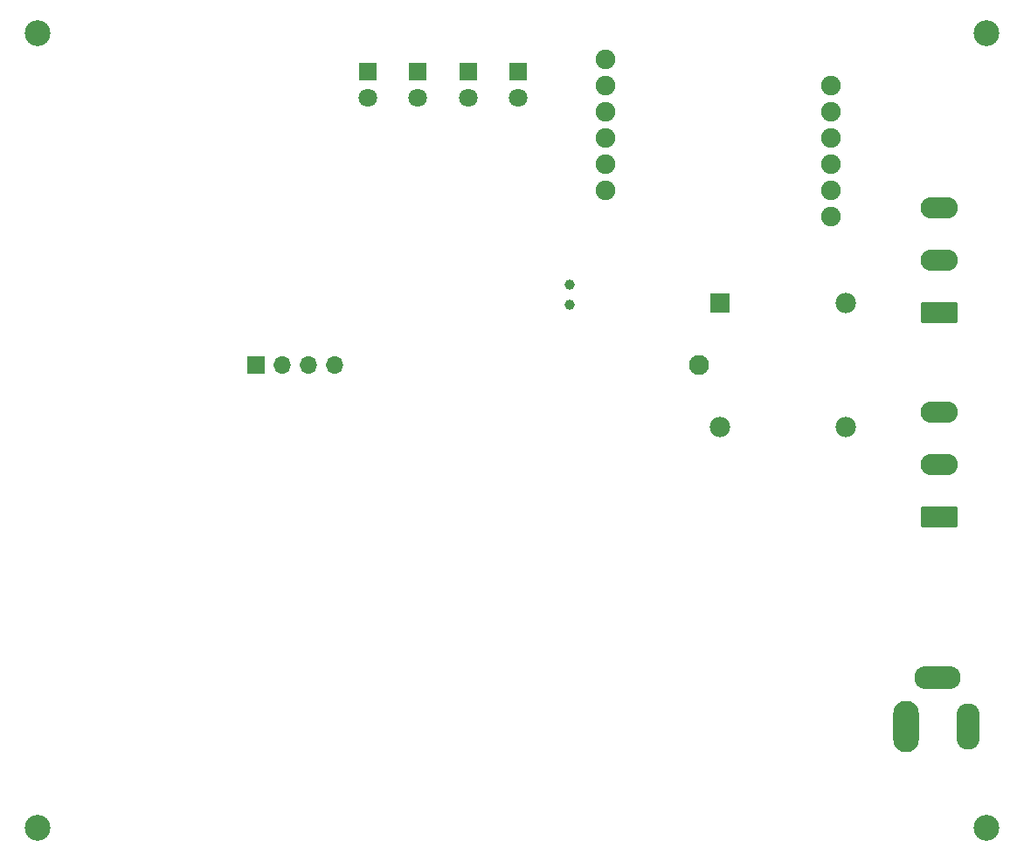
<source format=gbr>
%TF.GenerationSoftware,KiCad,Pcbnew,7.0.1*%
%TF.CreationDate,2023-05-03T11:58:35+03:00*%
%TF.ProjectId,damlama,64616d6c-616d-4612-9e6b-696361645f70,rev?*%
%TF.SameCoordinates,Original*%
%TF.FileFunction,Soldermask,Bot*%
%TF.FilePolarity,Negative*%
%FSLAX46Y46*%
G04 Gerber Fmt 4.6, Leading zero omitted, Abs format (unit mm)*
G04 Created by KiCad (PCBNEW 7.0.1) date 2023-05-03 11:58:35*
%MOMM*%
%LPD*%
G01*
G04 APERTURE LIST*
G04 Aperture macros list*
%AMRoundRect*
0 Rectangle with rounded corners*
0 $1 Rounding radius*
0 $2 $3 $4 $5 $6 $7 $8 $9 X,Y pos of 4 corners*
0 Add a 4 corners polygon primitive as box body*
4,1,4,$2,$3,$4,$5,$6,$7,$8,$9,$2,$3,0*
0 Add four circle primitives for the rounded corners*
1,1,$1+$1,$2,$3*
1,1,$1+$1,$4,$5*
1,1,$1+$1,$6,$7*
1,1,$1+$1,$8,$9*
0 Add four rect primitives between the rounded corners*
20,1,$1+$1,$2,$3,$4,$5,0*
20,1,$1+$1,$4,$5,$6,$7,0*
20,1,$1+$1,$6,$7,$8,$9,0*
20,1,$1+$1,$8,$9,$2,$3,0*%
G04 Aperture macros list end*
%ADD10C,2.500000*%
%ADD11O,2.500000X5.000000*%
%ADD12O,2.250000X4.500000*%
%ADD13O,4.500000X2.250000*%
%ADD14RoundRect,0.249999X1.550001X-0.790001X1.550001X0.790001X-1.550001X0.790001X-1.550001X-0.790001X0*%
%ADD15O,3.600000X2.080000*%
%ADD16R,1.980000X1.980000*%
%ADD17C,1.980000*%
%ADD18C,1.935000*%
%ADD19R,1.800000X1.800000*%
%ADD20C,1.800000*%
%ADD21C,1.900000*%
%ADD22C,1.000000*%
%ADD23R,1.700000X1.700000*%
%ADD24O,1.700000X1.700000*%
G04 APERTURE END LIST*
D10*
%TO.C,H1*%
X84000000Y-59000000D03*
%TD*%
D11*
%TO.C,J4*%
X168200000Y-126200000D03*
D12*
X174200000Y-126200000D03*
D13*
X171200000Y-121500000D03*
%TD*%
D14*
%TO.C,J6*%
X171400000Y-86100000D03*
D15*
X171400000Y-81020000D03*
X171400000Y-75940000D03*
%TD*%
D10*
%TO.C,H3*%
X176000000Y-136000000D03*
%TD*%
D16*
%TO.C,K1*%
X150110000Y-85122500D03*
D17*
X150110000Y-97122500D03*
D18*
X148110000Y-91122500D03*
D17*
X162310000Y-85122500D03*
X162310000Y-97122500D03*
%TD*%
D19*
%TO.C,D5*%
X120866668Y-62725000D03*
D20*
X120866668Y-65265000D03*
%TD*%
D21*
%TO.C,U3*%
X139060000Y-61500000D03*
X139060000Y-64040000D03*
X139060000Y-66580000D03*
X139060000Y-69120000D03*
X139060000Y-71660000D03*
X139060000Y-74200000D03*
X160930000Y-76740000D03*
X160930000Y-74200000D03*
X160930000Y-71660000D03*
X160930000Y-69120000D03*
X160930000Y-66580000D03*
X160930000Y-64040000D03*
%TD*%
D14*
%TO.C,J5*%
X171422500Y-105900000D03*
D15*
X171422500Y-100820000D03*
X171422500Y-95740000D03*
%TD*%
D10*
%TO.C,H2*%
X176000000Y-59000000D03*
%TD*%
D22*
%TO.C,Y1*%
X135610000Y-83374000D03*
X135610000Y-85274000D03*
%TD*%
D19*
%TO.C,D6*%
X125733334Y-62725000D03*
D20*
X125733334Y-65265000D03*
%TD*%
D10*
%TO.C,H4*%
X84000000Y-136000000D03*
%TD*%
D23*
%TO.C,J3*%
X105156000Y-91186000D03*
D24*
X107696000Y-91186000D03*
X110236000Y-91186000D03*
X112776000Y-91186000D03*
%TD*%
D19*
%TO.C,D8*%
X116000000Y-62725000D03*
D20*
X116000000Y-65265000D03*
%TD*%
D19*
%TO.C,D7*%
X130600000Y-62725000D03*
D20*
X130600000Y-65265000D03*
%TD*%
M02*

</source>
